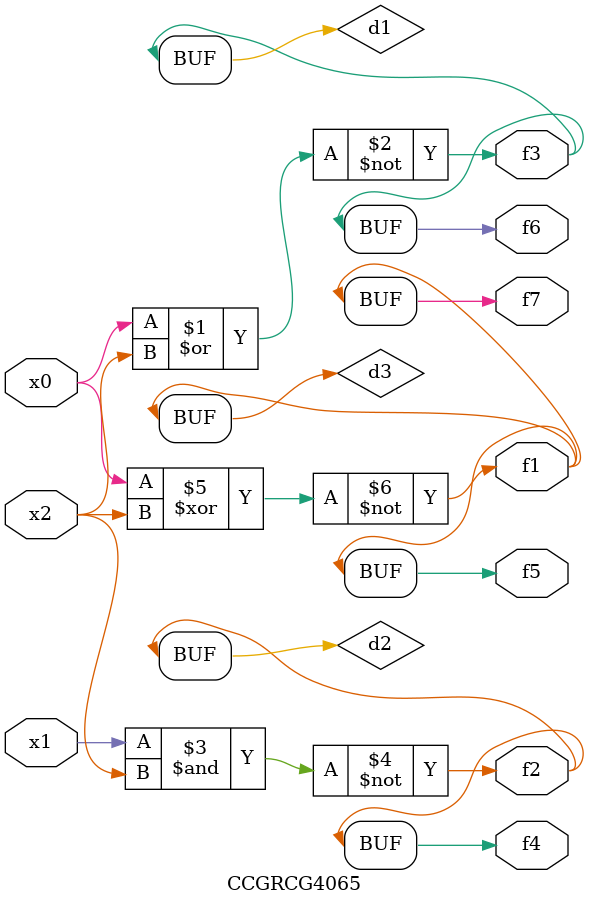
<source format=v>
module CCGRCG4065(
	input x0, x1, x2,
	output f1, f2, f3, f4, f5, f6, f7
);

	wire d1, d2, d3;

	nor (d1, x0, x2);
	nand (d2, x1, x2);
	xnor (d3, x0, x2);
	assign f1 = d3;
	assign f2 = d2;
	assign f3 = d1;
	assign f4 = d2;
	assign f5 = d3;
	assign f6 = d1;
	assign f7 = d3;
endmodule

</source>
